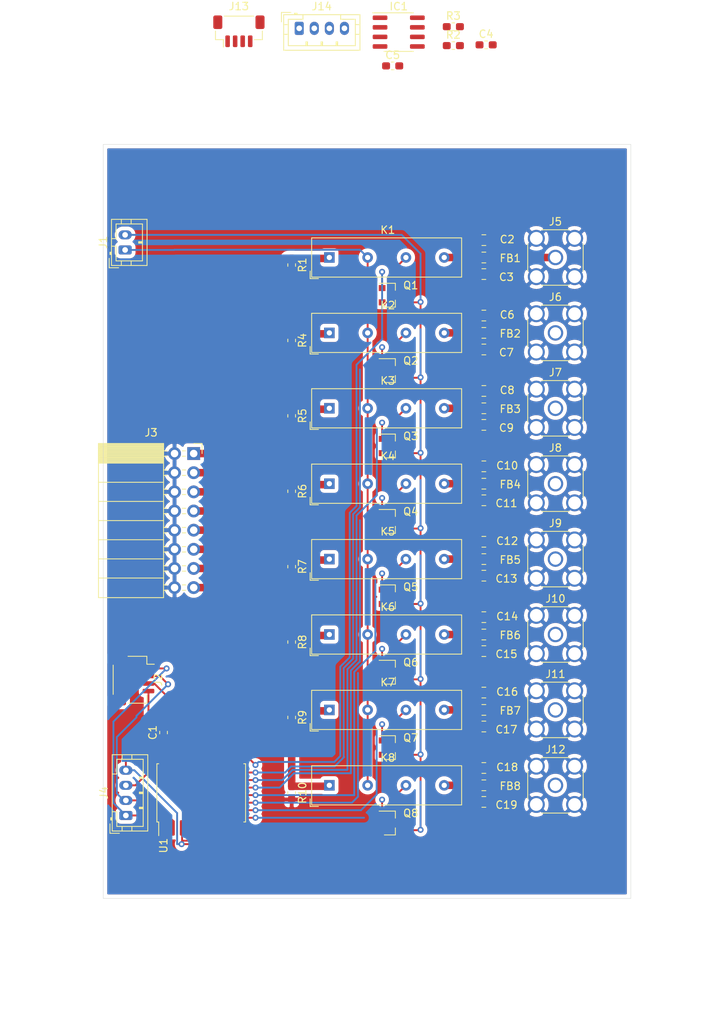
<source format=kicad_pcb>
(kicad_pcb (version 20171130) (host pcbnew "(5.1.5-0)")
  (layers (0 F.Cu signal) (31 B.Cu signal) (34 B.Paste user) (35 F.Paste user) (36 B.SilkS user) (37 F.SilkS user) (38 B.Mask user) (39 F.Mask user) (44 Edge.Cuts user))
  (net 0 "")
  (net 1 GNDD)
  (net 2 GND)
  (net 3 "Net-(C2-Pad1)")
  (net 4 /Sheet601B3DC5/out)
  (net 5 /Sheet601B43CA/Vin)
  (net 6 /Sheet601B43CA/Vpower)
  (net 7 "Net-(C6-Pad1)")
  (net 8 /sheet601BFE22/out)
  (net 9 "Net-(C8-Pad1)")
  (net 10 /sheet601C0132/out)
  (net 11 "Net-(C10-Pad1)")
  (net 12 /sheet601C0133/out)
  (net 13 "Net-(C12-Pad1)")
  (net 14 /sheet601C0778/out)
  (net 15 "Net-(C14-Pad1)")
  (net 16 /sheet601C0779/out)
  (net 17 "Net-(C16-Pad1)")
  (net 18 /sheet601C077A/out)
  (net 19 "Net-(C18-Pad1)")
  (net 20 /sheet601C077B/out)
  (net 21 /Sheet601B43CA/sda)
  (net 22 /Sheet601B43CA/scl)
  (net 23 "Net-(IC1-Pad3)")
  (net 24 "Net-(IC1-Pad2)")
  (net 25 +5V)
  (net 26 VCC)
  (net 27 /sda)
  (net 28 /scl)
  (net 29 /in7)
  (net 30 /in6)
  (net 31 /in5)
  (net 32 /in4)
  (net 33 /in3)
  (net 34 /in2)
  (net 35 /in1)
  (net 36 /in0)
  (net 37 "Net-(K1-Pad5)")
  (net 38 "Net-(K2-Pad5)")
  (net 39 "Net-(K3-Pad5)")
  (net 40 "Net-(K4-Pad5)")
  (net 41 "Net-(K5-Pad5)")
  (net 42 "Net-(K6-Pad5)")
  (net 43 "Net-(K7-Pad5)")
  (net 44 "Net-(K8-Pad5)")
  (net 45 /s0)
  (net 46 /s1)
  (net 47 /s2)
  (net 48 /s3)
  (net 49 /s4)
  (net 50 /s5)
  (net 51 /s6)
  (net 52 /s7)
  (net 53 "Net-(U1-Pad8)")
  (module Connector_JST:JST_SH_SM04B-SRSS-TB_1x04-1MP_P1.00mm_Horizontal (layer F.Cu) (at 134 106 270)
    (fp_text reference J2 (at 0 -3.3 90) (layer F.SilkS))
    (fp_text value Conn_01x04_i2c)
    (pad MP smd roundrect (at 2.8 1.875 270) (size 1.2 1.8) (layers F.Cu F.Paste F.Mask) (roundrect_rratio 0.208333))
    (pad MP smd roundrect (at -2.8 1.875 270) (size 1.2 1.8) (layers F.Cu F.Paste F.Mask) (roundrect_rratio 0.208333))
    (pad 4 smd roundrect (at 1.5 -2 270) (size 0.6 1.55) (layers F.Cu F.Paste F.Mask) (net 1 GNDD))
    (pad 3 smd roundrect (at 0.5 -2 270) (size 0.6 1.55) (layers F.Cu F.Paste F.Mask) (net 26 VCC))
    (pad 2 smd roundrect (at -0.5 -2 270) (size 0.6 1.55) (layers F.Cu F.Paste F.Mask) (net 27 /sda))
    (pad 1 smd roundrect (at -1.5 -2 270) (size 0.6 1.55) (layers F.Cu F.Paste F.Mask) (net 28 /scl))
  )
  (module Package_SO:SOIC-18W_7.5x11.6mm_P1.27mm (layer F.Cu) (at 143 121 90)
    (fp_text reference U1 (at -7 -5 90) (layer F.SilkS))
    (fp_text value MCP23008-E_SO)
    (pad 18 smd roundrect (at 4.65 -5.08 90) (size 2.05 0.6) (layers F.Cu F.Paste F.Mask) (net 26 VCC))
    (pad 17 smd roundrect (at 4.65 -3.81 90) (size 2.05 0.6) (layers F.Cu F.Paste F.Mask) (net 52 /s7))
    (pad 16 smd roundrect (at 4.65 -2.54 90) (size 2.05 0.6) (layers F.Cu F.Paste F.Mask) (net 51 /s6))
    (pad 15 smd roundrect (at 4.65 -1.27 90) (size 2.05 0.6) (layers F.Cu F.Paste F.Mask) (net 50 /s5))
    (pad 14 smd roundrect (at 4.65 0 90) (size 2.05 0.6) (layers F.Cu F.Paste F.Mask) (net 49 /s4))
    (pad 13 smd roundrect (at 4.65 1.27 90) (size 2.05 0.6) (layers F.Cu F.Paste F.Mask) (net 48 /s3))
    (pad 12 smd roundrect (at 4.65 2.54 90) (size 2.05 0.6) (layers F.Cu F.Paste F.Mask) (net 47 /s2))
    (pad 11 smd roundrect (at 4.65 3.81 90) (size 2.05 0.6) (layers F.Cu F.Paste F.Mask) (net 46 /s1))
    (pad 10 smd roundrect (at 4.65 5.08 90) (size 2.05 0.6) (layers F.Cu F.Paste F.Mask) (net 45 /s0))
    (pad 9 smd roundrect (at -4.65 5.08 90) (size 2.05 0.6) (layers F.Cu F.Paste F.Mask) (net 1 GNDD))
    (pad 8 smd roundrect (at -4.65 3.81 90) (size 2.05 0.6) (layers F.Cu F.Paste F.Mask) (net 53 "Net-(U1-Pad8)"))
    (pad 7 smd roundrect (at -4.65 2.54 90) (size 2.05 0.6) (layers F.Cu F.Paste F.Mask))
    (pad 6 smd roundrect (at -4.65 1.27 90) (size 2.05 0.6) (layers F.Cu F.Paste F.Mask) (net 1 GNDD))
    (pad 5 smd roundrect (at -4.65 0 90) (size 2.05 0.6) (layers F.Cu F.Paste F.Mask) (net 1 GNDD))
    (pad 4 smd roundrect (at -4.65 -1.27 90) (size 2.05 0.6) (layers F.Cu F.Paste F.Mask) (net 1 GNDD))
    (pad 3 smd roundrect (at -4.65 -2.54 90) (size 2.05 0.6) (layers F.Cu F.Paste F.Mask) (net 1 GNDD))
    (pad 2 smd roundrect (at -4.65 -3.81 90) (size 2.05 0.6) (layers F.Cu F.Paste F.Mask) (net 27 /sda))
    (pad 1 smd roundrect (at -4.65 -5.08 90) (size 2.05 0.6) (layers F.Cu F.Paste F.Mask) (net 28 /scl))
  )
  (module Resistor_SMD:R_0603_1608Metric_Pad1.05x0.95mm_HandSolder (layer F.Cu) (at 155 121 270)
    (fp_text reference R10 (at 0 -1.43 90) (layer F.SilkS))
    (fp_text value 10K)
    (pad 2 smd roundrect (at 0.875 0 270) (size 1.05 0.95) (layers F.Cu F.Paste F.Mask) (net 2 GND))
    (pad 1 smd roundrect (at -0.875 0 270) (size 1.05 0.95) (layers F.Cu F.Paste F.Mask) (net 29 /in7))
  )
  (module Resistor_SMD:R_0603_1608Metric_Pad1.05x0.95mm_HandSolder (layer F.Cu) (at 155 111 270)
    (fp_text reference R9 (at 0 -1.43 90) (layer F.SilkS))
    (fp_text value 10K)
    (pad 2 smd roundrect (at 0.875 0 270) (size 1.05 0.95) (layers F.Cu F.Paste F.Mask) (net 2 GND))
    (pad 1 smd roundrect (at -0.875 0 270) (size 1.05 0.95) (layers F.Cu F.Paste F.Mask) (net 30 /in6))
  )
  (module Resistor_SMD:R_0603_1608Metric_Pad1.05x0.95mm_HandSolder (layer F.Cu) (at 155 101 270)
    (fp_text reference R8 (at 0 -1.43 90) (layer F.SilkS))
    (fp_text value 10K)
    (pad 2 smd roundrect (at 0.875 0 270) (size 1.05 0.95) (layers F.Cu F.Paste F.Mask) (net 2 GND))
    (pad 1 smd roundrect (at -0.875 0 270) (size 1.05 0.95) (layers F.Cu F.Paste F.Mask) (net 31 /in5))
  )
  (module Resistor_SMD:R_0603_1608Metric_Pad1.05x0.95mm_HandSolder (layer F.Cu) (at 155 91 270)
    (fp_text reference R7 (at 0 -1.43 90) (layer F.SilkS))
    (fp_text value 10K)
    (pad 2 smd roundrect (at 0.875 0 270) (size 1.05 0.95) (layers F.Cu F.Paste F.Mask) (net 2 GND))
    (pad 1 smd roundrect (at -0.875 0 270) (size 1.05 0.95) (layers F.Cu F.Paste F.Mask) (net 32 /in4))
  )
  (module Resistor_SMD:R_0603_1608Metric_Pad1.05x0.95mm_HandSolder (layer F.Cu) (at 155 81 270)
    (fp_text reference R6 (at 0 -1.43 90) (layer F.SilkS))
    (fp_text value 10K)
    (pad 2 smd roundrect (at 0.875 0 270) (size 1.05 0.95) (layers F.Cu F.Paste F.Mask) (net 2 GND))
    (pad 1 smd roundrect (at -0.875 0 270) (size 1.05 0.95) (layers F.Cu F.Paste F.Mask) (net 33 /in3))
  )
  (module Resistor_SMD:R_0603_1608Metric_Pad1.05x0.95mm_HandSolder (layer F.Cu) (at 155 71 270)
    (fp_text reference R5 (at 0 -1.43 90) (layer F.SilkS))
    (fp_text value 10K)
    (pad 2 smd roundrect (at 0.875 0 270) (size 1.05 0.95) (layers F.Cu F.Paste F.Mask) (net 2 GND))
    (pad 1 smd roundrect (at -0.875 0 270) (size 1.05 0.95) (layers F.Cu F.Paste F.Mask) (net 34 /in2))
  )
  (module Resistor_SMD:R_0603_1608Metric_Pad1.05x0.95mm_HandSolder (layer F.Cu) (at 155 61 270)
    (fp_text reference R4 (at 0 -1.43 90) (layer F.SilkS))
    (fp_text value 10K)
    (pad 2 smd roundrect (at 0.875 0 270) (size 1.05 0.95) (layers F.Cu F.Paste F.Mask) (net 2 GND))
    (pad 1 smd roundrect (at -0.875 0 270) (size 1.05 0.95) (layers F.Cu F.Paste F.Mask) (net 35 /in1))
  )
  (module Resistor_SMD:R_0603_1608Metric_Pad1.05x0.95mm_HandSolder (layer F.Cu) (at 176.45 19.39)
    (fp_text reference R3 (at 0 -1.43) (layer F.SilkS))
    (fp_text value 10K)
    (pad 2 smd roundrect (at 0.875 0) (size 1.05 0.95) (layers F.Cu F.Paste F.Mask) (net 22 /Sheet601B43CA/scl))
    (pad 1 smd roundrect (at -0.875 0) (size 1.05 0.95) (layers F.Cu F.Paste F.Mask) (net 6 /Sheet601B43CA/Vpower))
  )
  (module Resistor_SMD:R_0603_1608Metric_Pad1.05x0.95mm_HandSolder (layer F.Cu) (at 176.45 21.9)
    (fp_text reference R2 (at 0 -1.43) (layer F.SilkS))
    (fp_text value 10K)
    (pad 2 smd roundrect (at 0.875 0) (size 1.05 0.95) (layers F.Cu F.Paste F.Mask) (net 21 /Sheet601B43CA/sda))
    (pad 1 smd roundrect (at -0.875 0) (size 1.05 0.95) (layers F.Cu F.Paste F.Mask) (net 6 /Sheet601B43CA/Vpower))
  )
  (module Resistor_SMD:R_0603_1608Metric_Pad1.05x0.95mm_HandSolder (layer F.Cu) (at 155 51 270)
    (fp_text reference R1 (at 0 -1.43 90) (layer F.SilkS))
    (fp_text value 10K)
    (pad 2 smd roundrect (at 0.875 0 270) (size 1.05 0.95) (layers F.Cu F.Paste F.Mask) (net 2 GND))
    (pad 1 smd roundrect (at -0.875 0 270) (size 1.05 0.95) (layers F.Cu F.Paste F.Mask) (net 36 /in0))
  )
  (module Package_TO_SOT_SMD:SOT-23 (layer F.Cu) (at 168 125)
    (fp_text reference Q8 (at 2.8 -1.3) (layer F.SilkS))
    (fp_text value NUD3105LT1G)
    (pad 3 smd rect (at 1 0) (size 0.9 0.8) (layers F.Cu F.Paste F.Mask) (net 44 "Net-(K8-Pad5)"))
    (pad 2 smd rect (at -1 0.95) (size 0.9 0.8) (layers F.Cu F.Paste F.Mask) (net 1 GNDD))
    (pad 1 smd rect (at -1 -0.95) (size 0.9 0.8) (layers F.Cu F.Paste F.Mask) (net 52 /s7))
  )
  (module Package_TO_SOT_SMD:SOT-23 (layer F.Cu) (at 168 115)
    (fp_text reference Q7 (at 2.8 -1.3) (layer F.SilkS))
    (fp_text value NUD3105LT1G)
    (pad 3 smd rect (at 1 0) (size 0.9 0.8) (layers F.Cu F.Paste F.Mask) (net 43 "Net-(K7-Pad5)"))
    (pad 2 smd rect (at -1 0.95) (size 0.9 0.8) (layers F.Cu F.Paste F.Mask) (net 1 GNDD))
    (pad 1 smd rect (at -1 -0.95) (size 0.9 0.8) (layers F.Cu F.Paste F.Mask) (net 51 /s6))
  )
  (module Package_TO_SOT_SMD:SOT-23 (layer F.Cu) (at 168 105)
    (fp_text reference Q6 (at 2.8 -1.3) (layer F.SilkS))
    (fp_text value NUD3105LT1G)
    (pad 3 smd rect (at 1 0) (size 0.9 0.8) (layers F.Cu F.Paste F.Mask) (net 42 "Net-(K6-Pad5)"))
    (pad 2 smd rect (at -1 0.95) (size 0.9 0.8) (layers F.Cu F.Paste F.Mask) (net 1 GNDD))
    (pad 1 smd rect (at -1 -0.95) (size 0.9 0.8) (layers F.Cu F.Paste F.Mask) (net 50 /s5))
  )
  (module Package_TO_SOT_SMD:SOT-23 (layer F.Cu) (at 168 95)
    (fp_text reference Q5 (at 2.8 -1.3) (layer F.SilkS))
    (fp_text value NUD3105LT1G)
    (pad 3 smd rect (at 1 0) (size 0.9 0.8) (layers F.Cu F.Paste F.Mask) (net 41 "Net-(K5-Pad5)"))
    (pad 2 smd rect (at -1 0.95) (size 0.9 0.8) (layers F.Cu F.Paste F.Mask) (net 1 GNDD))
    (pad 1 smd rect (at -1 -0.95) (size 0.9 0.8) (layers F.Cu F.Paste F.Mask) (net 49 /s4))
  )
  (module Package_TO_SOT_SMD:SOT-23 (layer F.Cu) (at 168 85)
    (fp_text reference Q4 (at 2.8 -1.3) (layer F.SilkS))
    (fp_text value NUD3105LT1G)
    (pad 3 smd rect (at 1 0) (size 0.9 0.8) (layers F.Cu F.Paste F.Mask) (net 40 "Net-(K4-Pad5)"))
    (pad 2 smd rect (at -1 0.95) (size 0.9 0.8) (layers F.Cu F.Paste F.Mask) (net 1 GNDD))
    (pad 1 smd rect (at -1 -0.95) (size 0.9 0.8) (layers F.Cu F.Paste F.Mask) (net 48 /s3))
  )
  (module Package_TO_SOT_SMD:SOT-23 (layer F.Cu) (at 168 75)
    (fp_text reference Q3 (at 2.8 -1.3) (layer F.SilkS))
    (fp_text value NUD3105LT1G)
    (pad 3 smd rect (at 1 0) (size 0.9 0.8) (layers F.Cu F.Paste F.Mask) (net 39 "Net-(K3-Pad5)"))
    (pad 2 smd rect (at -1 0.95) (size 0.9 0.8) (layers F.Cu F.Paste F.Mask) (net 1 GNDD))
    (pad 1 smd rect (at -1 -0.95) (size 0.9 0.8) (layers F.Cu F.Paste F.Mask) (net 47 /s2))
  )
  (module Package_TO_SOT_SMD:SOT-23 (layer F.Cu) (at 168 65)
    (fp_text reference Q2 (at 2.8 -1.3) (layer F.SilkS))
    (fp_text value NUD3105LT1G)
    (pad 3 smd rect (at 1 0) (size 0.9 0.8) (layers F.Cu F.Paste F.Mask) (net 38 "Net-(K2-Pad5)"))
    (pad 2 smd rect (at -1 0.95) (size 0.9 0.8) (layers F.Cu F.Paste F.Mask) (net 1 GNDD))
    (pad 1 smd rect (at -1 -0.95) (size 0.9 0.8) (layers F.Cu F.Paste F.Mask) (net 46 /s1))
  )
  (module Package_TO_SOT_SMD:SOT-23 (layer F.Cu) (at 168 55)
    (fp_text reference Q1 (at 2.8 -1.3) (layer F.SilkS))
    (fp_text value NUD3105LT1G)
    (pad 3 smd rect (at 1 0) (size 0.9 0.8) (layers F.Cu F.Paste F.Mask) (net 37 "Net-(K1-Pad5)"))
    (pad 2 smd rect (at -1 0.95) (size 0.9 0.8) (layers F.Cu F.Paste F.Mask) (net 1 GNDD))
    (pad 1 smd rect (at -1 -0.95) (size 0.9 0.8) (layers F.Cu F.Paste F.Mask) (net 45 /s0))
  )
  (module Relay_THT:Relay_SPST_StandexMeder_SIL_Form1A (layer F.Cu) (at 160 120)
    (fp_text reference K8 (at 7.75 -3.65) (layer F.SilkS))
    (fp_text value SILxx-1Axx-71x)
    (pad 1 thru_hole rect (at 0 0) (size 1.4 1.4) (drill 0.7) (layers *.Cu *.Mask) (net 29 /in7))
    (pad 3 thru_hole circle (at 5.08 0) (size 1.4 1.4) (drill 0.7) (layers *.Cu *.Mask) (net 25 +5V))
    (pad 5 thru_hole circle (at 10.16 0) (size 1.4 1.4) (drill 0.7) (layers *.Cu *.Mask) (net 44 "Net-(K8-Pad5)"))
    (pad 7 thru_hole circle (at 15.24 0) (size 1.4 1.4) (drill 0.7) (layers *.Cu *.Mask) (net 19 "Net-(C18-Pad1)"))
  )
  (module Relay_THT:Relay_SPST_StandexMeder_SIL_Form1A (layer F.Cu) (at 160 110)
    (fp_text reference K7 (at 7.75 -3.65) (layer F.SilkS))
    (fp_text value SILxx-1Axx-71x)
    (pad 1 thru_hole rect (at 0 0) (size 1.4 1.4) (drill 0.7) (layers *.Cu *.Mask) (net 30 /in6))
    (pad 3 thru_hole circle (at 5.08 0) (size 1.4 1.4) (drill 0.7) (layers *.Cu *.Mask) (net 25 +5V))
    (pad 5 thru_hole circle (at 10.16 0) (size 1.4 1.4) (drill 0.7) (layers *.Cu *.Mask) (net 43 "Net-(K7-Pad5)"))
    (pad 7 thru_hole circle (at 15.24 0) (size 1.4 1.4) (drill 0.7) (layers *.Cu *.Mask) (net 17 "Net-(C16-Pad1)"))
  )
  (module Relay_THT:Relay_SPST_StandexMeder_SIL_Form1A (layer F.Cu) (at 160 100)
    (fp_text reference K6 (at 7.75 -3.65) (layer F.SilkS))
    (fp_text value SILxx-1Axx-71x)
    (pad 1 thru_hole rect (at 0 0) (size 1.4 1.4) (drill 0.7) (layers *.Cu *.Mask) (net 31 /in5))
    (pad 3 thru_hole circle (at 5.08 0) (size 1.4 1.4) (drill 0.7) (layers *.Cu *.Mask) (net 25 +5V))
    (pad 5 thru_hole circle (at 10.16 0) (size 1.4 1.4) (drill 0.7) (layers *.Cu *.Mask) (net 42 "Net-(K6-Pad5)"))
    (pad 7 thru_hole circle (at 15.24 0) (size 1.4 1.4) (drill 0.7) (layers *.Cu *.Mask) (net 15 "Net-(C14-Pad1)"))
  )
  (module Relay_THT:Relay_SPST_StandexMeder_SIL_Form1A (layer F.Cu) (at 160 90)
    (fp_text reference K5 (at 7.75 -3.65) (layer F.SilkS))
    (fp_text value SILxx-1Axx-71x)
    (pad 1 thru_hole rect (at 0 0) (size 1.4 1.4) (drill 0.7) (layers *.Cu *.Mask) (net 32 /in4))
    (pad 3 thru_hole circle (at 5.08 0) (size 1.4 1.4) (drill 0.7) (layers *.Cu *.Mask) (net 25 +5V))
    (pad 5 thru_hole circle (at 10.16 0) (size 1.4 1.4) (drill 0.7) (layers *.Cu *.Mask) (net 41 "Net-(K5-Pad5)"))
    (pad 7 thru_hole circle (at 15.24 0) (size 1.4 1.4) (drill 0.7) (layers *.Cu *.Mask) (net 13 "Net-(C12-Pad1)"))
  )
  (module Relay_THT:Relay_SPST_StandexMeder_SIL_Form1A (layer F.Cu) (at 160 80)
    (fp_text reference K4 (at 7.75 -3.65) (layer F.SilkS))
    (fp_text value SILxx-1Axx-71x)
    (pad 1 thru_hole rect (at 0 0) (size 1.4 1.4) (drill 0.7) (layers *.Cu *.Mask) (net 33 /in3))
    (pad 3 thru_hole circle (at 5.08 0) (size 1.4 1.4) (drill 0.7) (layers *.Cu *.Mask) (net 25 +5V))
    (pad 5 thru_hole circle (at 10.16 0) (size 1.4 1.4) (drill 0.7) (layers *.Cu *.Mask) (net 40 "Net-(K4-Pad5)"))
    (pad 7 thru_hole circle (at 15.24 0) (size 1.4 1.4) (drill 0.7) (layers *.Cu *.Mask) (net 11 "Net-(C10-Pad1)"))
  )
  (module Relay_THT:Relay_SPST_StandexMeder_SIL_Form1A (layer F.Cu) (at 160 70)
    (fp_text reference K3 (at 7.75 -3.65) (layer F.SilkS))
    (fp_text value SILxx-1Axx-71x)
    (pad 1 thru_hole rect (at 0 0) (size 1.4 1.4) (drill 0.7) (layers *.Cu *.Mask) (net 34 /in2))
    (pad 3 thru_hole circle (at 5.08 0) (size 1.4 1.4) (drill 0.7) (layers *.Cu *.Mask) (net 25 +5V))
    (pad 5 thru_hole circle (at 10.16 0) (size 1.4 1.4) (drill 0.7) (layers *.Cu *.Mask) (net 39 "Net-(K3-Pad5)"))
    (pad 7 thru_hole circle (at 15.24 0) (size 1.4 1.4) (drill 0.7) (layers *.Cu *.Mask) (net 9 "Net-(C8-Pad1)"))
  )
  (module Relay_THT:Relay_SPST_StandexMeder_SIL_Form1A (layer F.Cu) (at 160 60)
    (fp_text reference K2 (at 7.75 -3.65) (layer F.SilkS))
    (fp_text value SILxx-1Axx-71x)
    (pad 1 thru_hole rect (at 0 0) (size 1.4 1.4) (drill 0.7) (layers *.Cu *.Mask) (net 35 /in1))
    (pad 3 thru_hole circle (at 5.08 0) (size 1.4 1.4) (drill 0.7) (layers *.Cu *.Mask) (net 25 +5V))
    (pad 5 thru_hole circle (at 10.16 0) (size 1.4 1.4) (drill 0.7) (layers *.Cu *.Mask) (net 38 "Net-(K2-Pad5)"))
    (pad 7 thru_hole circle (at 15.24 0) (size 1.4 1.4) (drill 0.7) (layers *.Cu *.Mask) (net 7 "Net-(C6-Pad1)"))
  )
  (module Relay_THT:Relay_SPST_StandexMeder_SIL_Form1A (layer F.Cu) (at 160 50)
    (fp_text reference K1 (at 7.75 -3.65) (layer F.SilkS))
    (fp_text value SILxx-1Axx-71x)
    (pad 1 thru_hole rect (at 0 0) (size 1.4 1.4) (drill 0.7) (layers *.Cu *.Mask) (net 36 /in0))
    (pad 3 thru_hole circle (at 5.08 0) (size 1.4 1.4) (drill 0.7) (layers *.Cu *.Mask) (net 25 +5V))
    (pad 5 thru_hole circle (at 10.16 0) (size 1.4 1.4) (drill 0.7) (layers *.Cu *.Mask) (net 37 "Net-(K1-Pad5)"))
    (pad 7 thru_hole circle (at 15.24 0) (size 1.4 1.4) (drill 0.7) (layers *.Cu *.Mask) (net 3 "Net-(C2-Pad1)"))
  )
  (module Connector_JST:JST_PH_B4B-PH-K_1x04_P2.00mm_Vertical (layer F.Cu) (at 156 19.61)
    (fp_text reference J14 (at 3 -2.9) (layer F.SilkS))
    (fp_text value B4B-PH-K)
    (pad 4 thru_hole oval (at 6 0) (size 1.2 1.75) (drill 0.75) (layers *.Cu *.Mask) (net 1 GNDD))
    (pad 3 thru_hole oval (at 4 0) (size 1.2 1.75) (drill 0.75) (layers *.Cu *.Mask) (net 5 /Sheet601B43CA/Vin))
    (pad 2 thru_hole oval (at 2 0) (size 1.2 1.75) (drill 0.75) (layers *.Cu *.Mask) (net 24 "Net-(IC1-Pad2)"))
    (pad 1 thru_hole roundrect (at 0 0) (size 1.2 1.75) (drill 0.75) (layers *.Cu *.Mask) (roundrect_rratio 0.208333) (net 23 "Net-(IC1-Pad3)"))
  )
  (module Connector_JST:JST_SH_BM04B-SRSS-TB_1x04-1MP_P1.00mm_Vertical (layer F.Cu) (at 148 20)
    (fp_text reference J13 (at 0 -3.3) (layer F.SilkS))
    (fp_text value Conn_01x04_i2c)
    (pad MP smd roundrect (at 2.8 -1.2) (size 1.2 1.8) (layers F.Cu F.Paste F.Mask) (roundrect_rratio 0.208333))
    (pad MP smd roundrect (at -2.8 -1.2) (size 1.2 1.8) (layers F.Cu F.Paste F.Mask) (roundrect_rratio 0.208333))
    (pad 4 smd roundrect (at 1.5 1.325) (size 0.6 1.55) (layers F.Cu F.Paste F.Mask) (net 1 GNDD))
    (pad 3 smd roundrect (at 0.5 1.325) (size 0.6 1.55) (layers F.Cu F.Paste F.Mask) (net 5 /Sheet601B43CA/Vin))
    (pad 2 smd roundrect (at -0.5 1.325) (size 0.6 1.55) (layers F.Cu F.Paste F.Mask) (net 24 "Net-(IC1-Pad2)"))
    (pad 1 smd roundrect (at -1.5 1.325) (size 0.6 1.55) (layers F.Cu F.Paste F.Mask) (net 23 "Net-(IC1-Pad3)"))
  )
  (module Connector_Coaxial:SMA_Amphenol_132134_Vertical (layer F.Cu) (at 190 120)
    (fp_text reference J12 (at 0 -4.75) (layer F.SilkS))
    (fp_text value Conn_Coaxial)
    (pad 2 thru_hole circle (at -2.54 2.54) (size 2.25 2.25) (drill 1.7) (layers *.Cu *.Mask) (net 2 GND))
    (pad 2 thru_hole circle (at -2.54 -2.54) (size 2.25 2.25) (drill 1.7) (layers *.Cu *.Mask) (net 2 GND))
    (pad 2 thru_hole circle (at 2.54 -2.54) (size 2.25 2.25) (drill 1.7) (layers *.Cu *.Mask) (net 2 GND))
    (pad 2 thru_hole circle (at 2.54 2.54) (size 2.25 2.25) (drill 1.7) (layers *.Cu *.Mask) (net 2 GND))
    (pad 1 thru_hole circle (at 0 0) (size 2.05 2.05) (drill 1.5) (layers *.Cu *.Mask) (net 20 /sheet601C077B/out))
  )
  (module Connector_Coaxial:SMA_Amphenol_132134_Vertical (layer F.Cu) (at 190 110)
    (fp_text reference J11 (at 0 -4.75) (layer F.SilkS))
    (fp_text value Conn_Coaxial)
    (pad 2 thru_hole circle (at -2.54 2.54) (size 2.25 2.25) (drill 1.7) (layers *.Cu *.Mask) (net 2 GND))
    (pad 2 thru_hole circle (at -2.54 -2.54) (size 2.25 2.25) (drill 1.7) (layers *.Cu *.Mask) (net 2 GND))
    (pad 2 thru_hole circle (at 2.54 -2.54) (size 2.25 2.25) (drill 1.7) (layers *.Cu *.Mask) (net 2 GND))
    (pad 2 thru_hole circle (at 2.54 2.54) (size 2.25 2.25) (drill 1.7) (layers *.Cu *.Mask) (net 2 GND))
    (pad 1 thru_hole circle (at 0 0) (size 2.05 2.05) (drill 1.5) (layers *.Cu *.Mask) (net 18 /sheet601C077A/out))
  )
  (module Connector_Coaxial:SMA_Amphenol_132134_Vertical (layer F.Cu) (at 190 100)
    (fp_text reference J10 (at 0 -4.75) (layer F.SilkS))
    (fp_text value Conn_Coaxial)
    (pad 2 thru_hole circle (at -2.54 2.54) (size 2.25 2.25) (drill 1.7) (layers *.Cu *.Mask) (net 2 GND))
    (pad 2 thru_hole circle (at -2.54 -2.54) (size 2.25 2.25) (drill 1.7) (layers *.Cu *.Mask) (net 2 GND))
    (pad 2 thru_hole circle (at 2.54 -2.54) (size 2.25 2.25) (drill 1.7) (layers *.Cu *.Mask) (net 2 GND))
    (pad 2 thru_hole circle (at 2.54 2.54) (size 2.25 2.25) (drill 1.7) (layers *.Cu *.Mask) (net 2 GND))
    (pad 1 thru_hole circle (at 0 0) (size 2.05 2.05) (drill 1.5) (layers *.Cu *.Mask) (net 16 /sheet601C0779/out))
  )
  (module Connector_Coaxial:SMA_Amphenol_132134_Vertical (layer F.Cu) (at 190 90)
    (fp_text reference J9 (at 0 -4.75) (layer F.SilkS))
    (fp_text value Conn_Coaxial)
    (pad 2 thru_hole circle (at -2.54 2.54) (size 2.25 2.25) (drill 1.7) (layers *.Cu *.Mask) (net 2 GND))
    (pad 2 thru_hole circle (at -2.54 -2.54) (size 2.25 2.25) (drill 1.7) (layers *.Cu *.Mask) (net 2 GND))
    (pad 2 thru_hole circle (at 2.54 -2.54) (size 2.25 2.25) (drill 1.7) (layers *.Cu *.Mask) (net 2 GND))
    (pad 2 thru_hole circle (at 2.54 2.54) (size 2.25 2.25) (drill 1.7) (layers *.Cu *.Mask) (net 2 GND))
    (pad 1 thru_hole circle (at 0 0) (size 2.05 2.05) (drill 1.5) (layers *.Cu *.Mask) (net 14 /sheet601C0778/out))
  )
  (module Connector_Coaxial:SMA_Amphenol_132134_Vertical (layer F.Cu) (at 190 80)
    (fp_text reference J8 (at 0 -4.75) (layer F.SilkS))
    (fp_text value Conn_Coaxial)
    (pad 2 thru_hole circle (at -2.54 2.54) (size 2.25 2.25) (drill 1.7) (layers *.Cu *.Mask) (net 2 GND))
    (pad 2 thru_hole circle (at -2.54 -2.54) (size 2.25 2.25) (drill 1.7) (layers *.Cu *.Mask) (net 2 GND))
    (pad 2 thru_hole circle (at 2.54 -2.54) (size 2.25 2.25) (drill 1.7) (layers *.Cu *.Mask) (net 2 GND))
    (pad 2 thru_hole circle (at 2.54 2.54) (size 2.25 2.25) (drill 1.7) (layers *.Cu *.Mask) (net 2 GND))
    (pad 1 thru_hole circle (at 0 0) (size 2.05 2.05) (drill 1.5) (layers *.Cu *.Mask) (net 12 /sheet601C0133/out))
  )
  (module Connector_Coaxial:SMA_Amphenol_132134_Vertical (layer F.Cu) (at 190 70)
    (fp_text reference J7 (at 0 -4.75) (layer F.SilkS))
    (fp_text value Conn_Coaxial)
    (pad 2 thru_hole circle (at -2.54 2.54) (size 2.25 2.25) (drill 1.7) (layers *.Cu *.Mask) (net 2 GND))
    (pad 2 thru_hole circle (at -2.54 -2.54) (size 2.25 2.25) (drill 1.7) (layers *.Cu *.Mask) (net 2 GND))
    (pad 2 thru_hole circle (at 2.54 -2.54) (size 2.25 2.25) (drill 1.7) (layers *.Cu *.Mask) (net 2 GND))
    (pad 2 thru_hole circle (at 2.54 2.54) (size 2.25 2.25) (drill 1.7) (layers *.Cu *.Mask) (net 2 GND))
    (pad 1 thru_hole circle (at 0 0) (size 2.05 2.05) (drill 1.5) (layers *.Cu *.Mask) (net 10 /sheet601C0132/out))
  )
  (module Connector_Coaxial:SMA_Amphenol_132134_Vertical (layer F.Cu) (at 190 60)
    (fp_text reference J6 (at 0 -4.75) (layer F.SilkS))
    (fp_text value Conn_Coaxial)
    (pad 2 thru_hole circle (at -2.54 2.54) (size 2.25 2.25) (drill 1.7) (layers *.Cu *.Mask) (net 2 GND))
    (pad 2 thru_hole circle (at -2.54 -2.54) (size 2.25 2.25) (drill 1.7) (layers *.Cu *.Mask) (net 2 GND))
    (pad 2 thru_hole circle (at 2.54 -2.54) (size 2.25 2.25) (drill 1.7) (layers *.Cu *.Mask) (net 2 GND))
    (pad 2 thru_hole circle (at 2.54 2.54) (size 2.25 2.25) (drill 1.7) (layers *.Cu *.Mask) (net 2 GND))
    (pad 1 thru_hole circle (at 0 0) (size 2.05 2.05) (drill 1.5) (layers *.Cu *.Mask) (net 8 /sheet601BFE22/out))
  )
  (module Connector_Coaxial:SMA_Amphenol_132134_Vertical (layer F.Cu) (at 190 50)
    (fp_text reference J5 (at 0 -4.75) (layer F.SilkS))
    (fp_text value Conn_Coaxial)
    (pad 2 thru_hole circle (at -2.54 2.54) (size 2.25 2.25) (drill 1.7) (layers *.Cu *.Mask) (net 2 GND))
    (pad 2 thru_hole circle (at -2.54 -2.54) (size 2.25 2.25) (drill 1.7) (layers *.Cu *.Mask) (net 2 GND))
    (pad 2 thru_hole circle (at 2.54 -2.54) (size 2.25 2.25) (drill 1.7) (layers *.Cu *.Mask) (net 2 GND))
    (pad 2 thru_hole circle (at 2.54 2.54) (size 2.25 2.25) (drill 1.7) (layers *.Cu *.Mask) (net 2 GND))
    (pad 1 thru_hole circle (at 0 0) (size 2.05 2.05) (drill 1.5) (layers *.Cu *.Mask) (net 4 /Sheet601B3DC5/out))
  )
  (module Connector_JST:JST_PH_B4B-PH-K_1x04_P2.00mm_Vertical (layer F.Cu) (at 133 124 90)
    (fp_text reference J4 (at 3 -2.9 90) (layer F.SilkS))
    (fp_text value Conn_01x04_i2c)
    (pad 4 thru_hole oval (at 6 0 90) (size 1.2 1.75) (drill 0.75) (layers *.Cu *.Mask) (net 1 GNDD))
    (pad 3 thru_hole oval (at 4 0 90) (size 1.2 1.75) (drill 0.75) (layers *.Cu *.Mask) (net 26 VCC))
    (pad 2 thru_hole oval (at 2 0 90) (size 1.2 1.75) (drill 0.75) (layers *.Cu *.Mask) (net 27 /sda))
    (pad 1 thru_hole roundrect (at 0 0 90) (size 1.2 1.75) (drill 0.75) (layers *.Cu *.Mask) (roundrect_rratio 0.208333) (net 28 /scl))
  )
  (module Connector_PinSocket_2.54mm:PinSocket_2x08_P2.54mm_Horizontal (layer F.Cu) (at 142 76)
    (fp_text reference J3 (at -5.65 -2.77) (layer F.SilkS))
    (fp_text value Conn_02x08_Odd_Even)
    (pad 16 thru_hole oval (at -2.54 17.78) (size 1.7 1.7) (drill 1) (layers *.Cu *.Mask) (net 2 GND))
    (pad 15 thru_hole oval (at 0 17.78) (size 1.7 1.7) (drill 1) (layers *.Cu *.Mask) (net 29 /in7))
    (pad 14 thru_hole oval (at -2.54 15.24) (size 1.7 1.7) (drill 1) (layers *.Cu *.Mask) (net 2 GND))
    (pad 13 thru_hole oval (at 0 15.24) (size 1.7 1.7) (drill 1) (layers *.Cu *.Mask) (net 30 /in6))
    (pad 12 thru_hole oval (at -2.54 12.7) (size 1.7 1.7) (drill 1) (layers *.Cu *.Mask) (net 2 GND))
    (pad 11 thru_hole oval (at 0 12.7) (size 1.7 1.7) (drill 1) (layers *.Cu *.Mask) (net 31 /in5))
    (pad 10 thru_hole oval (at -2.54 10.16) (size 1.7 1.7) (drill 1) (layers *.Cu *.Mask) (net 2 GND))
    (pad 9 thru_hole oval (at 0 10.16) (size 1.7 1.7) (drill 1) (layers *.Cu *.Mask) (net 32 /in4))
    (pad 8 thru_hole oval (at -2.54 7.62) (size 1.7 1.7) (drill 1) (layers *.Cu *.Mask) (net 2 GND))
    (pad 7 thru_hole oval (at 0 7.62) (size 1.7 1.7) (drill 1) (layers *.Cu *.Mask) (net 33 /in3))
    (pad 6 thru_hole oval (at -2.54 5.08) (size 1.7 1.7) (drill 1) (layers *.Cu *.Mask) (net 2 GND))
    (pad 5 thru_hole oval (at 0 5.08) (size 1.7 1.7) (drill 1) (layers *.Cu *.Mask) (net 34 /in2))
    (pad 4 thru_hole oval (at -2.54 2.54) (size 1.7 1.7) (drill 1) (layers *.Cu *.Mask) (net 2 GND))
    (pad 3 thru_hole oval (at 0 2.54) (size 1.7 1.7) (drill 1) (layers *.Cu *.Mask) (net 35 /in1))
    (pad 2 thru_hole oval (at -2.54 0) (size 1.7 1.7) (drill 1) (layers *.Cu *.Mask) (net 2 GND))
    (pad 1 thru_hole rect (at 0 0) (size 1.7 1.7) (drill 1) (layers *.Cu *.Mask) (net 36 /in0))
  )
  (module Connector_JST:JST_PH_B2B-PH-K_1x02_P2.00mm_Vertical (layer F.Cu) (at 132.9 49 90)
    (fp_text reference J1 (at 1 -2.9 90) (layer F.SilkS))
    (fp_text value Conn_01x02)
    (pad 2 thru_hole oval (at 2 0 90) (size 1.2 1.75) (drill 0.75) (layers *.Cu *.Mask) (net 1 GNDD))
    (pad 1 thru_hole roundrect (at 0 0 90) (size 1.2 1.75) (drill 0.75) (layers *.Cu *.Mask) (roundrect_rratio 0.208333) (net 25 +5V))
  )
  (module Package_SO:SOIC-8_3.9x4.9mm_P1.27mm (layer F.Cu) (at 169.2 20.11)
    (fp_text reference IC1 (at 0 -3.4) (layer F.SilkS))
    (fp_text value ISO1541DR)
    (pad 8 smd roundrect (at 2.475 -1.905) (size 1.95 0.6) (layers F.Cu F.Paste F.Mask) (net 6 /Sheet601B43CA/Vpower))
    (pad 7 smd roundrect (at 2.475 -0.635) (size 1.95 0.6) (layers F.Cu F.Paste F.Mask) (net 21 /Sheet601B43CA/sda))
    (pad 6 smd roundrect (at 2.475 0.635) (size 1.95 0.6) (layers F.Cu F.Paste F.Mask) (net 22 /Sheet601B43CA/scl))
    (pad 5 smd roundrect (at 2.475 1.905) (size 1.95 0.6) (layers F.Cu F.Paste F.Mask) (net 2 GND))
    (pad 4 smd roundrect (at -2.475 1.905) (size 1.95 0.6) (layers F.Cu F.Paste F.Mask) (net 1 GNDD))
    (pad 3 smd roundrect (at -2.475 0.635) (size 1.95 0.6) (layers F.Cu F.Paste F.Mask) (net 23 "Net-(IC1-Pad3)"))
    (pad 2 smd roundrect (at -2.475 -0.635) (size 1.95 0.6) (layers F.Cu F.Paste F.Mask) (net 24 "Net-(IC1-Pad2)"))
    (pad 1 smd roundrect (at -2.475 -1.905) (size 1.95 0.6) (layers F.Cu F.Paste F.Mask) (net 5 /Sheet601B43CA/Vin))
  )
  (module Inductor_SMD:L_0805_2012Metric_Pad1.15x1.40mm_HandSolder (layer F.Cu) (at 180.5 120 180)
    (fp_text reference FB8 (at -3.5 -0.1) (layer F.SilkS))
    (fp_text value 4.7uH)
    (pad 2 smd roundrect (at 1.025 0 180) (size 1.15 1.4) (layers F.Cu F.Paste F.Mask) (roundrect_rratio 0.217391) (net 19 "Net-(C18-Pad1)"))
    (pad 1 smd roundrect (at -1.025 0 180) (size 1.15 1.4) (layers F.Cu F.Paste F.Mask) (roundrect_rratio 0.217391) (net 20 /sheet601C077B/out))
  )
  (module Inductor_SMD:L_0805_2012Metric_Pad1.15x1.40mm_HandSolder (layer F.Cu) (at 180.5 110 180)
    (fp_text reference FB7 (at -3.5 -0.1) (layer F.SilkS))
    (fp_text value 4.7uH)
    (pad 2 smd roundrect (at 1.025 0 180) (size 1.15 1.4) (layers F.Cu F.Paste F.Mask) (roundrect_rratio 0.217391) (net 17 "Net-(C16-Pad1)"))
    (pad 1 smd roundrect (at -1.025 0 180) (size 1.15 1.4) (layers F.Cu F.Paste F.Mask) (roundrect_rratio 0.217391) (net 18 /sheet601C077A/out))
  )
  (module Inductor_SMD:L_0805_2012Metric_Pad1.15x1.40mm_HandSolder (layer F.Cu) (at 180.5 100 180)
    (fp_text reference FB6 (at -3.5 -0.1) (layer F.SilkS))
    (fp_text value 4.7uH)
    (pad 2 smd roundrect (at 1.025 0 180) (size 1.15 1.4) (layers F.Cu F.Paste F.Mask) (roundrect_rratio 0.217391) (net 15 "Net-(C14-Pad1)"))
    (pad 1 smd roundrect (at -1.025 0 180) (size 1.15 1.4) (layers F.Cu F.Paste F.Mask) (roundrect_rratio 0.217391) (net 16 /sheet601C0779/out))
  )
  (module Inductor_SMD:L_0805_2012Metric_Pad1.15x1.40mm_HandSolder (layer F.Cu) (at 180.5 90 180)
    (fp_text reference FB5 (at -3.5 -0.1) (layer F.SilkS))
    (fp_text value 4.7uH)
    (pad 2 smd roundrect (at 1.025 0 180) (size 1.15 1.4) (layers F.Cu F.Paste F.Mask) (roundrect_rratio 0.217391) (net 13 "Net-(C12-Pad1)"))
    (pad 1 smd roundrect (at -1.025 0 180) (size 1.15 1.4) (layers F.Cu F.Paste F.Mask) (roundrect_rratio 0.217391) (net 14 /sheet601C0778/out))
  )
  (module Inductor_SMD:L_0805_2012Metric_Pad1.15x1.40mm_HandSolder (layer F.Cu) (at 180.5 80 180)
    (fp_text reference FB4 (at -3.5 -0.1) (layer F.SilkS))
    (fp_text value 4.7uH)
    (pad 2 smd roundrect (at 1.025 0 180) (size 1.15 1.4) (layers F.Cu F.Paste F.Mask) (roundrect_rratio 0.217391) (net 11 "Net-(C10-Pad1)"))
    (pad 1 smd roundrect (at -1.025 0 180) (size 1.15 1.4) (layers F.Cu F.Paste F.Mask) (roundrect_rratio 0.217391) (net 12 /sheet601C0133/out))
  )
  (module Inductor_SMD:L_0805_2012Metric_Pad1.15x1.40mm_HandSolder (layer F.Cu) (at 180.5 70 180)
    (fp_text reference FB3 (at -3.5 -0.1) (layer F.SilkS))
    (fp_text value 4.7uH)
    (pad 2 smd roundrect (at 1.025 0 180) (size 1.15 1.4) (layers F.Cu F.Paste F.Mask) (roundrect_rratio 0.217391) (net 9 "Net-(C8-Pad1)"))
    (pad 1 smd roundrect (at -1.025 0 180) (size 1.15 1.4) (layers F.Cu F.Paste F.Mask) (roundrect_rratio 0.217391) (net 10 /sheet601C0132/out))
  )
  (module Inductor_SMD:L_0805_2012Metric_Pad1.15x1.40mm_HandSolder (layer F.Cu) (at 180.5 60 180)
    (fp_text reference FB2 (at -3.5 -0.1) (layer F.SilkS))
    (fp_text value 4.7uH)
    (pad 2 smd roundrect (at 1.025 0 180) (size 1.15 1.4) (layers F.Cu F.Paste F.Mask) (roundrect_rratio 0.217391) (net 7 "Net-(C6-Pad1)"))
    (pad 1 smd roundrect (at -1.025 0 180) (size 1.15 1.4) (layers F.Cu F.Paste F.Mask) (roundrect_rratio 0.217391) (net 8 /sheet601BFE22/out))
  )
  (module Inductor_SMD:L_0805_2012Metric_Pad1.15x1.40mm_HandSolder (layer F.Cu) (at 180.5 50 180)
    (fp_text reference FB1 (at -3.5 -0.1) (layer F.SilkS))
    (fp_text value 4.7uH)
    (pad 2 smd roundrect (at 1.025 0 180) (size 1.15 1.4) (layers F.Cu F.Paste F.Mask) (roundrect_rratio 0.217391) (net 3 "Net-(C2-Pad1)"))
    (pad 1 smd roundrect (at -1.025 0 180) (size 1.15 1.4) (layers F.Cu F.Paste F.Mask) (roundrect_rratio 0.217391) (net 4 /Sheet601B3DC5/out))
  )
  (module Capacitor_SMD:C_0805_2012Metric_Pad1.15x1.40mm_HandSolder (layer F.Cu) (at 180.5 122.2 180)
    (fp_text reference C19 (at -3 -0.4) (layer F.SilkS))
    (fp_text value 100uF)
    (pad 2 smd roundrect (at 1.025 0 180) (size 1.15 1.4) (layers F.Cu F.Paste F.Mask) (roundrect_rratio 0.217391) (net 2 GND))
    (pad 1 smd roundrect (at -1.025 0 180) (size 1.15 1.4) (layers F.Cu F.Paste F.Mask) (roundrect_rratio 0.217391) (net 20 /sheet601C077B/out))
  )
  (module Capacitor_SMD:C_0805_2012Metric_Pad1.15x1.40mm_HandSolder (layer F.Cu) (at 180.5 117.7)
    (fp_text reference C18 (at 3.1 -0.1) (layer F.SilkS))
    (fp_text value 100uF)
    (pad 2 smd roundrect (at 1.025 0) (size 1.15 1.4) (layers F.Cu F.Paste F.Mask) (roundrect_rratio 0.217391) (net 2 GND))
    (pad 1 smd roundrect (at -1.025 0) (size 1.15 1.4) (layers F.Cu F.Paste F.Mask) (roundrect_rratio 0.217391) (net 19 "Net-(C18-Pad1)"))
  )
  (module Capacitor_SMD:C_0805_2012Metric_Pad1.15x1.40mm_HandSolder (layer F.Cu) (at 180.5 112.2 180)
    (fp_text reference C17 (at -3 -0.4) (layer F.SilkS))
    (fp_text value 100uF)
    (pad 2 smd roundrect (at 1.025 0 180) (size 1.15 1.4) (layers F.Cu F.Paste F.Mask) (roundrect_rratio 0.217391) (net 2 GND))
    (pad 1 smd roundrect (at -1.025 0 180) (size 1.15 1.4) (layers F.Cu F.Paste F.Mask) (roundrect_rratio 0.217391) (net 18 /sheet601C077A/out))
  )
  (module Capacitor_SMD:C_0805_2012Metric_Pad1.15x1.40mm_HandSolder (layer F.Cu) (at 180.5 107.7)
    (fp_text reference C16 (at 3.1 -0.1) (layer F.SilkS))
    (fp_text value 100uF)
    (pad 2 smd roundrect (at 1.025 0) (size 1.15 1.4) (layers F.Cu F.Paste F.Mask) (roundrect_rratio 0.217391) (net 2 GND))
    (pad 1 smd roundrect (at -1.025 0) (size 1.15 1.4) (layers F.Cu F.Paste F.Mask) (roundrect_rratio 0.217391) (net 17 "Net-(C16-Pad1)"))
  )
  (module Capacitor_SMD:C_0805_2012Metric_Pad1.15x1.40mm_HandSolder (layer F.Cu) (at 180.5 102.2 180)
    (fp_text reference C15 (at -3 -0.4) (layer F.SilkS))
    (fp_text value 100uF)
    (pad 2 smd roundrect (at 1.025 0 180) (size 1.15 1.4) (layers F.Cu F.Paste F.Mask) (roundrect_rratio 0.217391) (net 2 GND))
    (pad 1 smd roundrect (at -1.025 0 180) (size 1.15 1.4) (layers F.Cu F.Paste F.Mask) (roundrect_rratio 0.217391) (net 16 /sheet601C0779/out))
  )
  (module Capacitor_SMD:C_0805_2012Metric_Pad1.15x1.40mm_HandSolder (layer F.Cu) (at 180.5 97.7)
    (fp_text reference C14 (at 3.1 -0.1) (layer F.SilkS))
    (fp_text value 100uF)
    (pad 2 smd roundrect (at 1.025 0) (size 1.15 1.4) (layers F.Cu F.Paste F.Mask) (roundrect_rratio 0.217391) (net 2 GND))
    (pad 1 smd roundrect (at -1.025 0) (size 1.15 1.4) (layers F.Cu F.Paste F.Mask) (roundrect_rratio 0.217391) (net 15 "Net-(C14-Pad1)"))
  )
  (module Capacitor_SMD:C_0805_2012Metric_Pad1.15x1.40mm_HandSolder (layer F.Cu) (at 180.5 92.2 180)
    (fp_text reference C13 (at -3 -0.4) (layer F.SilkS))
    (fp_text value 100uF)
    (pad 2 smd roundrect (at 1.025 0 180) (size 1.15 1.4) (layers F.Cu F.Paste F.Mask) (roundrect_rratio 0.217391) (net 2 GND))
    (pad 1 smd roundrect (at -1.025 0 180) (size 1.15 1.4) (layers F.Cu F.Paste F.Mask) (roundrect_rratio 0.217391) (net 14 /sheet601C0778/out))
  )
  (module Capacitor_SMD:C_0805_2012Metric_Pad1.15x1.40mm_HandSolder (layer F.Cu) (at 180.5 87.7)
    (fp_text reference C12 (at 3.1 -0.1) (layer F.SilkS))
    (fp_text value 100uF)
    (pad 2 smd roundrect (at 1.025 0) (size 1.15 1.4) (layers F.Cu F.Paste F.Mask) (roundrect_rratio 0.217391) (net 2 GND))
    (pad 1 smd roundrect (at -1.025 0) (size 1.15 1.4) (layers F.Cu F.Paste F.Mask) (roundrect_rratio 0.217391) (net 13 "Net-(C12-Pad1)"))
  )
  (module Capacitor_SMD:C_0805_2012Metric_Pad1.15x1.40mm_HandSolder (layer F.Cu) (at 180.5 82.2 180)
    (fp_text reference C11 (at -3 -0.4) (layer F.SilkS))
    (fp_text value 100uF)
    (pad 2 smd roundrect (at 1.025 0 180) (size 1.15 1.4) (layers F.Cu F.Paste F.Mask) (roundrect_rratio 0.217391) (net 2 GND))
    (pad 1 smd roundrect (at -1.025 0 180) (size 1.15 1.4) (layers F.Cu F.Paste F.Mask) (roundrect_rratio 0.217391) (net 12 /sheet601C0133/out))
  )
  (module Capacitor_SMD:C_0805_2012Metric_Pad1.15x1.40mm_HandSolder (layer F.Cu) (at 180.5 77.7)
    (fp_text reference C10 (at 3.1 -0.1) (layer F.SilkS))
    (fp_text value 100uF)
    (pad 2 smd roundrect (at 1.025 0) (size 1.15 1.4) (layers F.Cu F.Paste F.Mask) (roundrect_rratio 0.217391) (net 2 GND))
    (pad 1 smd roundrect (at -1.025 0) (size 1.15 1.4) (layers F.Cu F.Paste F.Mask) (roundrect_rratio 0.217391) (net 11 "Net-(C10-Pad1)"))
  )
  (module Capacitor_SMD:C_0805_2012Metric_Pad1.15x1.40mm_HandSolder (layer F.Cu) (at 180.5 72.2 180)
    (fp_text reference C9 (at -3 -0.4) (layer F.SilkS))
    (fp_text value 100uF)
    (pad 2 smd roundrect (at 1.025 0 180) (size 1.15 1.4) (layers F.Cu F.Paste F.Mask) (roundrect_rratio 0.217391) (net 2 GND))
    (pad 1 smd roundrect (at -1.025 0 180) (size 1.15 1.4) (layers F.Cu F.Paste F.Mask) (roundrect_rratio 0.217391) (net 10 /sheet601C0132/out))
  )
  (module Capacitor_SMD:C_0805_2012Metric_Pad1.15x1.40mm_HandSolder (layer F.Cu) (at 180.5 67.7)
    (fp_text reference C8 (at 3.1 -0.1) (layer F.SilkS))
    (fp_text value 100uF)
    (pad 2 smd roundrect (at 1.025 0) (size 1.15 1.4) (layers F.Cu F.Paste F.Mask) (roundrect_rratio 0.217391) (net 2 GND))
    (pad 1 smd roundrect (at -1.025 0) (size 1.15 1.4) (layers F.Cu F.Paste F.Mask) (roundrect_rratio 0.217391) (net 9 "Net-(C8-Pad1)"))
  )
  (module Capacitor_SMD:C_0805_2012Metric_Pad1.15x1.40mm_HandSolder (layer F.Cu) (at 180.5 62.2 180)
    (fp_text reference C7 (at -3 -0.4) (layer F.SilkS))
    (fp_text value 100uF)
    (pad 2 smd roundrect (at 1.025 0 180) (size 1.15 1.4) (layers F.Cu F.Paste F.Mask) (roundrect_rratio 0.217391) (net 2 GND))
    (pad 1 smd roundrect (at -1.025 0 180) (size 1.15 1.4) (layers F.Cu F.Paste F.Mask) (roundrect_rratio 0.217391) (net 8 /sheet601BFE22/out))
  )
  (module Capacitor_SMD:C_0805_2012Metric_Pad1.15x1.40mm_HandSolder (layer F.Cu) (at 180.5 57.7)
    (fp_text reference C6 (at 3.1 -0.1) (layer F.SilkS))
    (fp_text value 100uF)
    (pad 2 smd roundrect (at 1.025 0) (size 1.15 1.4) (layers F.Cu F.Paste F.Mask) (roundrect_rratio 0.217391) (net 2 GND))
    (pad 1 smd roundrect (at -1.025 0) (size 1.15 1.4) (layers F.Cu F.Paste F.Mask) (roundrect_rratio 0.217391) (net 7 "Net-(C6-Pad1)"))
  )
  (module Capacitor_SMD:C_0603_1608Metric_Pad1.05x0.95mm_HandSolder (layer F.Cu) (at 168.4 24.59)
    (fp_text reference C5 (at 0 -1.43) (layer F.SilkS))
    (fp_text value 100nF)
    (pad 2 smd roundrect (at 0.875 0) (size 1.05 0.95) (layers F.Cu F.Paste F.Mask) (net 2 GND))
    (pad 1 smd roundrect (at -0.875 0) (size 1.05 0.95) (layers F.Cu F.Paste F.Mask) (net 6 /Sheet601B43CA/Vpower))
  )
  (module Capacitor_SMD:C_0603_1608Metric_Pad1.05x0.95mm_HandSolder (layer F.Cu) (at 180.8 21.8)
    (fp_text reference C4 (at 0 -1.43) (layer F.SilkS))
    (fp_text value 100nF)
    (pad 2 smd roundrect (at 0.875 0) (size 1.05 0.95) (layers F.Cu F.Paste F.Mask) (net 1 GNDD))
    (pad 1 smd roundrect (at -0.875 0) (size 1.05 0.95) (layers F.Cu F.Paste F.Mask) (net 5 /Sheet601B43CA/Vin))
  )
  (module Capacitor_SMD:C_0805_2012Metric_Pad1.15x1.40mm_HandSolder (layer F.Cu) (at 180.5 52.2 180)
    (fp_text reference C3 (at -3 -0.4) (layer F.SilkS))
    (fp_text value 100uF)
    (pad 2 smd roundrect (at 1.025 0 180) (size 1.15 1.4) (layers F.Cu F.Paste F.Mask) (roundrect_rratio 0.217391) (net 2 GND))
    (pad 1 smd roundrect (at -1.025 0 180) (size 1.15 1.4) (layers F.Cu F.Paste F.Mask) (roundrect_rratio 0.217391) (net 4 /Sheet601B3DC5/out))
  )
  (module Capacitor_SMD:C_0805_2012Metric_Pad1.15x1.40mm_HandSolder (layer F.Cu) (at 180.5 47.7)
    (fp_text reference C2 (at 3.1 -0.1) (layer F.SilkS))
    (fp_text value 100uF)
    (pad 2 smd roundrect (at 1.025 0) (size 1.15 1.4) (layers F.Cu F.Paste F.Mask) (roundrect_rratio 0.217391) (net 2 GND))
    (pad 1 smd roundrect (at -1.025 0) (size 1.15 1.4) (layers F.Cu F.Paste F.Mask) (roundrect_rratio 0.217391) (net 3 "Net-(C2-Pad1)"))
  )
  (module Capacitor_SMD:C_0603_1608Metric_Pad1.05x0.95mm_HandSolder (layer F.Cu) (at 138 113 90)
    (fp_text reference C1 (at 0 -1.43 90) (layer F.SilkS))
    (fp_text value 100nF)
    (pad 2 smd roundrect (at 0.875 0 90) (size 1.05 0.95) (layers F.Cu F.Paste F.Mask) (net 1 GNDD))
    (pad 1 smd roundrect (at -0.875 0 90) (size 1.05 0.95) (layers F.Cu F.Paste F.Mask) (net 26 VCC))
  )
  (gr_line (start 200 135) (end 130 135) (layer Edge.Cuts) (width 0.05))
  (gr_line (start 200 35) (end 200 135) (layer Edge.Cuts) (width 0.05))
  (gr_line (start 130 35) (end 200 35) (layer Edge.Cuts) (width 0.05))
  (gr_line (start 130 135) (end 130 35) (layer Edge.Cuts) (width 0.05))
  (segment (start 167 55.95) (end 170.35 55.95) (width 0.25) (layer F.Cu) (net 1))
  (via (at 172.1 55.9) (size 0.8) (drill 0.4) (layers F.Cu B.Cu) (net 1))
  (segment (start 172.05 55.95) (end 172.1 55.9) (width 0.25) (layer F.Cu) (net 1))
  (segment (start 170.35 55.95) (end 172.05 55.95) (width 0.25) (layer F.Cu) (net 1))
  (segment (start 140.46 125.65) (end 140.46 127.34) (width 0.25) (layer F.Cu) (net 1))
  (segment (start 141.73 125.65) (end 141.73 127.27) (width 0.25) (layer F.Cu) (net 1))
  (segment (start 141.66 127.34) (end 140.46 127.34) (width 0.25) (layer F.Cu) (net 1))
  (segment (start 141.73 127.27) (end 141.66 127.34) (width 0.25) (layer F.Cu) (net 1))
  (segment (start 143 125.65) (end 143 127.3) (width 0.25) (layer F.Cu) (net 1))
  (segment (start 141.76 127.3) (end 141.73 127.27) (width 0.25) (layer F.Cu) (net 1))
  (segment (start 143 127.3) (end 141.76 127.3) (width 0.25) (layer F.Cu) (net 1))
  (segment (start 144.27 125.65) (end 144.27 127.23) (width 0.25) (layer F.Cu) (net 1))
  (segment (start 144.2 127.3) (end 143 127.3) (width 0.25) (layer F.Cu) (net 1))
  (segment (start 144.27 127.23) (end 144.2 127.3) (width 0.25) (layer F.Cu) (net 1))
  (segment (start 148.08 125.65) (end 148.08 127.38) (width 0.25) (layer F.Cu) (net 1))
  (segment (start 148.08 127.38) (end 147.66 127.8) (width 0.25) (layer F.Cu) (net 1))
  (via (at 140.4 127.8) (size 0.8) (drill 0.4) (layers F.Cu B.Cu) (net 1))
  (segment (start 147.66 127.8) (end 140.4 127.8) (width 0.25) (layer F.Cu) (net 1))
  (segment (start 140.4 127.8) (end 139.8 127.8) (width 0.25) (layer B.Cu) (net 1))
  (segment (start 148.38 125.95) (end 148.08 125.65) (width 0.25) (layer F.Cu) (net 1))
  (segment (start 167 125.95) (end 148.38 125.95) (width 0.25) (layer F.Cu) (net 1))
  (segment (start 172.1 55.9) (end 172.1 125.9) (width 0.25) (layer F.Cu) (net 1))
  (segment (start 136 107.8) (end 136 107.5) (width 0.25) (layer F.Cu) (net 1))
  (segment (start 137.525 112.125) (end 136 110.6) (width 0.25) (layer F.Cu) (net 1))
  (segment (start 136 110.6) (end 136 107.8) (width 0.25) (layer F.Cu) (net 1))
  (segment (start 137.525 112.125) (end 138 112.125) (width 0.25) (layer F.Cu) (net 1))
  (segment (start 133 116.65) (end 137.525 112.125) (width 0.25) (layer F.Cu) (net 1))
  (segment (start 133 118) (end 133 116.65) (width 0.25) (layer F.Cu) (net 1))
  (segment (start 134.125 118) (end 133 118) (width 0.25) (layer B.Cu) (net 1))
  (segment (start 139.8 123.675) (end 134.125 118) (width 0.25) (layer B.Cu) (net 1))
  (segment (start 139.8 127.8) (end 139.8 123.675) (width 0.25) (layer B.Cu) (net 1))
  (segment (start 167 65.95) (end 170.35 65.95) (width 0.25) (layer F.Cu) (net 1))
  (via (at 172.1 65.9) (size 0.8) (drill 0.4) (layers F.Cu B.Cu) (net 1))
  (segment (start 172.05 65.95) (end 172.1 65.9) (width 0.25) (layer F.Cu) (net 1))
  (segment (start 170.35 65.95) (end 172.05 65.95) (width 0.25) (layer F.Cu) (net 1))
  (segment (start 172.1 59.5) (end 172.1 65.9) (width 0.25) (layer B.Cu) (net 1))
  (segment (start 167 75.95) (end 170.35 75.95) (width 0.25) (layer F.Cu) (net 1))
  (via (at 172.1 75.9) (size 0.8) (drill 0.4) (layers F.Cu B.Cu) (net 1))
  (segment (start 172.05 75.95) (end 172.1 75.9) (width 0.25) (layer F.Cu) (net 1))
  (segment (start 170.35 75.95) (end 172.05 75.95) (width 0.25) (layer F.Cu) (net 1))
  (segment (start 172.1 69.5) (end 172.1 75.9) (width 0.25) (layer B.Cu) (net 1))
  (segment (start 167 85.95) (end 170.35 85.95) (width 0.25) (layer F.Cu) (net 1))
  (via (at 172.1 85.9) (size 0.8) (drill 0.4) (layers F.Cu B.Cu) (net 1))
  (segment (start 172.05 85.95) (end 172.1 85.9) (width 0.25) (layer F.Cu) (net 1))
  (segment (start 170.35 85.95) (end 172.05 85.95) (width 0.25) (layer F.Cu) (net 1))
  (segment (start 172.1 79.5) (end 172.1 85.9) (width 0.25) (layer B.Cu) (net 1))
  (segment (start 167 95.95) (end 170.35 95.95) (width 0.25) (layer F.Cu) (net 1))
  (via (at 172.1 95.9) (size 0.8) (drill 0.4) (layers F.Cu B.Cu) (net 1))
  (segment (start 172.05 95.95) (end 172.1 95.9) (width 0.25) (layer F.Cu) (net 1))
  (segment (start 170.35 95.95) (end 172.05 95.95) (width 0.25) (layer F.Cu) (net 1))
  (segment (start 172.1 89.5) (end 172.1 95.9) (width 0.25) (layer B.Cu) (net 1))
  (segment (start 167 105.95) (end 170.35 105.95) (width 0.25) (layer F.Cu) (net 1))
  (via (at 172.1 105.9) (size 0.8) (drill 0.4) (layers F.Cu B.Cu) (net 1))
  (segment (start 172.05 105.95) (end 172.1 105.9) (width 0.25) (layer F.Cu) (net 1))
  (segment (start 170.35 105.95) (end 172.05 105.95) (width 0.25) (layer F.Cu) (net 1))
  (segment (start 172.1 99.5) (end 172.1 105.9) (width 0.25) (layer B.Cu) (net 1))
  (segment (start 167 115.95) (end 170.35 115.95) (width 0.25) (layer F.Cu) (net 1))
  (via (at 172.1 115.9) (size 0.8) (drill 0.4) (layers F.Cu B.Cu) (net 1))
  (segment (start 172.05 115.95) (end 172.1 115.9) (width 0.25) (layer F.Cu) (net 1))
  (segment (start 170.35 115.95) (end 172.05 115.95) (width 0.25) (layer F.Cu) (net 1))
  (segment (start 172.1 109.5) (end 172.1 115.9) (width 0.25) (layer B.Cu) (net 1))
  (segment (start 167 125.95) (end 170.35 125.95) (width 0.25) (layer F.Cu) (net 1))
  (via (at 172.1 125.9) (size 0.8) (drill 0.4) (layers F.Cu B.Cu) (net 1))
  (segment (start 172.05 125.95) (end 172.1 125.9) (width 0.25) (layer F.Cu) (net 1))
  (segment (start 170.35 125.95) (end 172.05 125.95) (width 0.25) (layer F.Cu) (net 1))
  (segment (start 172.1 119.5) (end 172.1 125.9) (width 0.25) (layer B.Cu) (net 1))
  (segment (start 172.1 49.5) (end 172.1 55.9) (width 0.25) (layer B.Cu) (net 1))
  (segment (start 169.6 47) (end 172.1 49.5) (width 0.25) (layer B.Cu) (net 1))
  (segment (start 132.9 47) (end 169.6 47) (width 0.25) (layer B.Cu) (net 1))
  (segment (start 179.475 50) (end 175.24 50) (width 1) (layer F.Cu) (net 3))
  (segment (start 179.475 50) (end 179.475 47.7) (width 0.25) (layer F.Cu) (net 3))
  (segment (start 181.525 50) (end 190 50) (width 1) (layer F.Cu) (net 4))
  (segment (start 181.525 50) (end 181.525 52.2) (width 0.25) (layer F.Cu) (net 4))
  (segment (start 179.475 60) (end 175.24 60) (width 1) (layer F.Cu) (net 7))
  (segment (start 179.475 60) (end 179.475 57.7) (width 0.25) (layer F.Cu) (net 7))
  (segment (start 189.9 60.1) (end 190 60) (width 1) (layer F.Cu) (net 8))
  (segment (start 181.525 60) (end 181.525 62.2) (width 0.25) (layer F.Cu) (net 8))
  (segment (start 179.475 70) (end 175.24 70) (width 1) (layer F.Cu) (net 9))
  (segment (start 179.475 70) (end 179.475 67.7) (width 0.25) (layer F.Cu) (net 9))
  (segment (start 181.525 70) (end 181.525 72.2) (width 0.25) (layer F.Cu) (net 10))
  (segment (start 179.475 80) (end 175.24 80) (width 1) (layer F.Cu) (net 11))
  (segment (start 179.475 80) (end 179.475 77.7) (width 0.25) (layer F.Cu) (net 11))
  (segment (start 189.9 80.1) (end 190 80) (width 1) (layer F.Cu) (net 12))
  (segment (start 181.525 80) (end 181.525 82.2) (width 0.25) (layer F.Cu) (net 12))
  (segment (start 179.475 90) (end 175.24 90) (width 1) (layer F.Cu) (net 13))
  (segment (start 179.475 90) (end 179.475 87.7) (width 0.25) (layer F.Cu) (net 13))
  (segment (start 181.525 90) (end 181.525 92.2) (width 0.25) (layer F.Cu) (net 14))
  (segment (start 179.475 100) (end 175.24 100) (width 1) (layer F.Cu) (net 15))
  (segment (start 179.475 100) (end 179.475 97.7) (width 0.25) (layer F.Cu) (net 15))
  (segment (start 189.9 100.1) (end 190 100) (width 1) (layer F.Cu) (net 16))
  (segment (start 181.525 100) (end 181.525 102.2) (width 0.25) (layer F.Cu) (net 16))
  (segment (start 179.475 110) (end 175.24 110) (width 1) (layer F.Cu) (net 17))
  (segment (start 179.475 110) (end 179.475 107.7) (width 0.25) (layer F.Cu) (net 17))
  (segment (start 181.525 110) (end 181.525 112.2) (width 0.25) (layer F.Cu) (net 18))
  (segment (start 179.475 120) (end 175.24 120) (width 1) (layer F.Cu) (net 19))
  (segment (start 179.475 120) (end 179.475 117.7) (width 0.25) (layer F.Cu) (net 19))
  (segment (start 189.9 120.1) (end 190 120) (width 1) (layer F.Cu) (net 20))
  (segment (start 181.525 120) (end 181.525 122.2) (width 0.25) (layer F.Cu) (net 20))
  (segment (start 165.08 50) (end 165.08 120) (width 0.25) (layer F.Cu) (net 25))
  (segment (start 164.054999 48.974999) (end 165.08 50) (width 0.25) (layer B.Cu) (net 25))
  (segment (start 164.054999 48.974999) (end 139.425001 48.974999) (width 0.25) (layer B.Cu) (net 25))
  (segment (start 139.4 49) (end 132.9 49) (width 0.25) (layer B.Cu) (net 25))
  (segment (start 139.425001 48.974999) (end 139.4 49) (width 0.25) (layer B.Cu) (net 25))
  (segment (start 137.92 113.955) (end 138 113.875) (width 0.25) (layer F.Cu) (net 26))
  (segment (start 137.92 116.35) (end 137.92 113.955) (width 0.25) (layer F.Cu) (net 26))
  (segment (start 138 113.875) (end 137.525 113.875) (width 0.25) (layer F.Cu) (net 26))
  (segment (start 136.1 106.5) (end 135.325 106.5) (width 0.25) (layer F.Cu) (net 26))
  (segment (start 139.4 109.125) (end 136.775 106.5) (width 0.25) (layer F.Cu) (net 26))
  (segment (start 136.775 106.5) (end 136 106.5) (width 0.25) (layer F.Cu) (net 26))
  (segment (start 139.4 112.95) (end 139.4 109.125) (width 0.25) (layer F.Cu) (net 26))
  (segment (start 138.475 113.875) (end 139.4 112.95) (width 0.25) (layer F.Cu) (net 26))
  (segment (start 138 113.875) (end 138.475 113.875) (width 0.25) (layer F.Cu) (net 26))
  (segment (start 134.27 120) (end 137.92 116.35) (width 0.25) (layer F.Cu) (net 26))
  (segment (start 133 120) (end 134.27 120) (width 0.25) (layer F.Cu) (net 26))
  (segment (start 136.1 105.5) (end 135.325 105.5) (width 0.25) (layer F.Cu) (net 27))
  (segment (start 139.19 124.625) (end 139.19 125.65) (width 0.25) (layer F.Cu) (net 27))
  (segment (start 136.565 122) (end 139.19 124.625) (width 0.25) (layer F.Cu) (net 27))
  (segment (start 133 122) (end 136.565 122) (width 0.25) (layer F.Cu) (net 27))
  (segment (start 131.79999 121.07499) (end 131.79999 113.60001) (width 0.25) (layer B.Cu) (net 27))
  (segment (start 132.725 122) (end 131.79999 121.07499) (width 0.25) (layer B.Cu) (net 27))
  (segment (start 133 122) (end 132.725 122) (width 0.25) (layer B.Cu) (net 27))
  (segment (start 131.79999 113.60001) (end 134.4 111) (width 0.25) (layer B.Cu) (net 27))
  (via (at 138.6 106.6) (size 0.8) (drill 0.4) (layers F.Cu B.Cu) (net 27))
  (segment (start 134.4 110.8) (end 138.6 106.6) (width 0.25) (layer B.Cu) (net 27))
  (segment (start 134.4 111) (end 134.4 110.8) (width 0.25) (layer B.Cu) (net 27))
  (segment (start 137.5 105.5) (end 136 105.5) (width 0.25) (layer F.Cu) (net 27))
  (segment (start 138.6 106.6) (end 137.5 105.5) (width 0.25) (layer F.Cu) (net 27))
  (segment (start 135.325 104.5) (end 136.9 104.5) (width 0.25) (layer F.Cu) (net 28))
  (segment (start 137.92 125.65) (end 136.27 124) (width 0.25) (layer F.Cu) (net 28))
  (segment (start 136.27 124) (end 133 124) (width 0.25) (layer F.Cu) (net 28))
  (via (at 138.4 104.5) (size 0.8) (drill 0.4) (layers F.Cu B.Cu) (net 28))
  (segment (start 136 104.5) (end 138.4 104.5) (width 0.25) (layer F.Cu) (net 28))
  (segment (start 132.4 123.4) (end 133 124) (width 0.25) (layer B.Cu) (net 28))
  (segment (start 131.349981 122.349981) (end 132.4 123.4) (width 0.25) (layer B.Cu) (net 28))
  (segment (start 131.349981 111.550019) (end 131.349981 122.349981) (width 0.25) (layer B.Cu) (net 28))
  (segment (start 138.4 104.5) (end 131.349981 111.550019) (width 0.25) (layer B.Cu) (net 28))
  (segment (start 147.68 93.78) (end 150.7 96.8) (width 1) (layer F.Cu) (net 29))
  (segment (start 150.7 96.8) (end 150.7 102.8) (width 1) (layer F.Cu) (net 29))
  (segment (start 150.7 102.8) (end 153 105.1) (width 1) (layer F.Cu) (net 29))
  (segment (start 153 105.1) (end 153 112.6) (width 1) (layer F.Cu) (net 29))
  (segment (start 153 112.6) (end 155 114.6) (width 1) (layer F.Cu) (net 29))
  (segment (start 155 114.6) (end 155 120.125) (width 1) (layer F.Cu) (net 29))
  (segment (start 147.68 93.78) (end 142 93.78) (width 1) (layer F.Cu) (net 29))
  (segment (start 159.875 120.125) (end 160 120) (width 1) (layer F.Cu) (net 29))
  (segment (start 155 120.125) (end 159.875 120.125) (width 1) (layer F.Cu) (net 29))
  (segment (start 152.9 95.5) (end 148.64 91.24) (width 1) (layer F.Cu) (net 30))
  (segment (start 152.9 102.3) (end 152.9 95.5) (width 1) (layer F.Cu) (net 30))
  (segment (start 155 104.4) (end 152.9 102.3) (width 1) (layer F.Cu) (net 30))
  (segment (start 155 104.4) (end 155 110.125) (width 1) (layer F.Cu) (net 30))
  (segment (start 142 91.24) (end 148.64 91.24) (width 1) (layer F.Cu) (net 30))
  (segment (start 159.875 110.125) (end 160 110) (width 1) (layer F.Cu) (net 30))
  (segment (start 155 110.125) (end 159.875 110.125) (width 1) (layer F.Cu) (net 30))
  (segment (start 149.8 88.7) (end 155 93.9) (width 1) (layer F.Cu) (net 31))
  (segment (start 155 93.9) (end 155 100.125) (width 1) (layer F.Cu) (net 31))
  (segment (start 149.8 88.7) (end 142 88.7) (width 1) (layer F.Cu) (net 31))
  (segment (start 159.875 100.125) (end 160 100) (width 1) (layer F.Cu) (net 31))
  (segment (start 155 100.125) (end 159.875 100.125) (width 1) (layer F.Cu) (net 31))
  (segment (start 151.56 86.16) (end 155 89.6) (width 1) (layer F.Cu) (net 32))
  (segment (start 151.56 86.16) (end 142 86.16) (width 1) (layer F.Cu) (net 32))
  (segment (start 159.875 90.125) (end 160 90) (width 1) (layer F.Cu) (net 32))
  (segment (start 155 90.125) (end 159.875 90.125) (width 1) (layer F.Cu) (net 32))
  (segment (start 148.5 83.6) (end 151.1 83.6) (width 1) (layer F.Cu) (net 33))
  (segment (start 154.525 80.125) (end 155 80.125) (width 1) (layer F.Cu) (net 33))
  (segment (start 151.1 83.55) (end 154.525 80.125) (width 1) (layer F.Cu) (net 33))
  (segment (start 151.1 83.6) (end 151.1 83.55) (width 1) (layer F.Cu) (net 33))
  (segment (start 148.48 83.62) (end 148.5 83.6) (width 1) (layer F.Cu) (net 33))
  (segment (start 142 83.62) (end 148.48 83.62) (width 1) (layer F.Cu) (net 33))
  (segment (start 159.875 80.125) (end 160 80) (width 1) (layer F.Cu) (net 33))
  (segment (start 155 80.125) (end 159.875 80.125) (width 1) (layer F.Cu) (net 33))
  (segment (start 150.12 81.08) (end 152.9 78.3) (width 1) (layer F.Cu) (net 34))
  (segment (start 152.9 78.3) (end 152.9 71.75) (width 1) (layer F.Cu) (net 34))
  (segment (start 154.525 70.125) (end 155 70.125) (width 1) (layer F.Cu) (net 34))
  (segment (start 152.9 71.75) (end 154.525 70.125) (width 1) (layer F.Cu) (net 34))
  (segment (start 150.12 81.08) (end 142 81.08) (width 1) (layer F.Cu) (net 34))
  (segment (start 159.875 70.125) (end 160 70) (width 1) (layer F.Cu) (net 34))
  (segment (start 155 70.125) (end 159.875 70.125) (width 1) (layer F.Cu) (net 34))
  (segment (start 148.06 78.54) (end 150.8 75.8) (width 1) (layer F.Cu) (net 35))
  (segment (start 150.8 75.8) (end 150.8 70.2) (width 1) (layer F.Cu) (net 35))
  (segment (start 150.8 70.2) (end 152.9 68.1) (width 1) (layer F.Cu) (net 35))
  (segment (start 152.9 68.1) (end 152.9 61.75) (width 1) (layer F.Cu) (net 35))
  (segment (start 154.525 60.125) (end 155 60.125) (width 1) (layer F.Cu) (net 35))
  (segment (start 152.9 61.75) (end 154.525 60.125) (width 1) (layer F.Cu) (net 35))
  (segment (start 142 78.54) (end 148.06 78.54) (width 1) (layer F.Cu) (net 35))
  (segment (start 159.875 60.125) (end 160 60) (width 1) (layer F.Cu) (net 35))
  (segment (start 155 60.125) (end 159.875 60.125) (width 1) (layer F.Cu) (net 35))
  (segment (start 159.875 50.125) (end 160 50) (width 1) (layer F.Cu) (net 36))
  (segment (start 155 50.125) (end 159.875 50.125) (width 1) (layer F.Cu) (net 36))
  (segment (start 146.9 76) (end 149 73.9) (width 1) (layer F.Cu) (net 36))
  (segment (start 149 73.9) (end 149 69.3) (width 1) (layer F.Cu) (net 36))
  (segment (start 149 69.3) (end 151 67.3) (width 1) (layer F.Cu) (net 36))
  (segment (start 151 67.3) (end 151 60) (width 1) (layer F.Cu) (net 36))
  (segment (start 151 60) (end 152.8 58.2) (width 1) (layer F.Cu) (net 36))
  (segment (start 152.8 58.2) (end 152.8 51.85) (width 1) (layer F.Cu) (net 36))
  (segment (start 154.525 50.125) (end 155 50.125) (width 1) (layer F.Cu) (net 36))
  (segment (start 152.8 51.85) (end 154.525 50.125) (width 1) (layer F.Cu) (net 36))
  (segment (start 146.9 76) (end 142 76) (width 1) (layer F.Cu) (net 36))
  (segment (start 169 51.16) (end 170.16 50) (width 0.25) (layer F.Cu) (net 37))
  (segment (start 169 55) (end 169 51.16) (width 0.25) (layer F.Cu) (net 37))
  (segment (start 169 61.16) (end 170.16 60) (width 0.25) (layer F.Cu) (net 38))
  (segment (start 169 65) (end 169 61.16) (width 0.25) (layer F.Cu) (net 38))
  (segment (start 169 71.16) (end 170.16 70) (width 0.25) (layer F.Cu) (net 39))
  (segment (start 169 75) (end 169 71.16) (width 0.25) (layer F.Cu) (net 39))
  (segment (start 169 81.16) (end 170.16 80) (width 0.25) (layer F.Cu) (net 40))
  (segment (start 169 85) (end 169 81.16) (width 0.25) (layer F.Cu) (net 40))
  (segment (start 169 91.16) (end 170.16 90) (width 0.25) (layer F.Cu) (net 41))
  (segment (start 169 95) (end 169 91.16) (width 0.25) (layer F.Cu) (net 41))
  (segment (start 169 101.16) (end 170.16 100) (width 0.25) (layer F.Cu) (net 42))
  (segment (start 169 105) (end 169 101.16) (width 0.25) (layer F.Cu) (net 42))
  (segment (start 169 111.16) (end 170.16 110) (width 0.25) (layer F.Cu) (net 43))
  (segment (start 169 115) (end 169 111.16) (width 0.25) (layer F.Cu) (net 43))
  (segment (start 169 121.16) (end 170.16 120) (width 0.25) (layer F.Cu) (net 44))
  (segment (start 169 125) (end 169 121.16) (width 0.25) (layer F.Cu) (net 44))
  (segment (start 167 54.05) (end 167 51.9) (width 0.25) (layer F.Cu) (net 45))
  (via (at 167 51.9) (size 0.8) (drill 0.4) (layers F.Cu B.Cu) (net 45))
  (via (at 150.2 117.299979) (size 0.8) (drill 0.4) (layers F.Cu B.Cu) (net 45))
  (segment (start 149.250021 116.35) (end 150.2 117.299979) (width 0.25) (layer F.Cu) (net 45))
  (segment (start 148.08 116.35) (end 149.250021 116.35) (width 0.25) (layer F.Cu) (net 45))
  (segment (start 163.604989 64.222009) (end 167.026998 60.8) (width 0.25) (layer B.Cu) (net 45))
  (segment (start 163.604989 82.949189) (end 163.604989 64.222009) (width 0.25) (layer B.Cu) (net 45))
  (segment (start 161.449991 104.267959) (end 162.704969 103.012981) (width 0.25) (layer B.Cu) (net 45))
  (segment (start 167.026998 60.8) (end 167 60.773002) (width 0.25) (layer B.Cu) (net 45))
  (segment (start 161.44999 116.113543) (end 161.449991 104.267959) (width 0.25) (layer B.Cu) (net 45))
  (segment (start 160.663553 116.89998) (end 161.44999 116.113543) (width 0.25) (layer B.Cu) (net 45))
  (segment (start 162.70497 83.849208) (end 163.604989 82.949189) (width 0.25) (layer B.Cu) (net 45))
  (segment (start 150.599999 116.89998) (end 160.663553 116.89998) (width 0.25) (layer B.Cu) (net 45))
  (segment (start 167 60.773002) (end 167 51.9) (width 0.25) (layer B.Cu) (net 45))
  (segment (start 162.704969 103.012981) (end 162.70497 83.849208) (width 0.25) (layer B.Cu) (net 45))
  (segment (start 150.2 117.299979) (end 150.599999 116.89998) (width 0.25) (layer B.Cu) (net 45))
  (via (at 150.2 118.299982) (size 0.8) (drill 0.4) (layers F.Cu B.Cu) (net 46))
  (segment (start 147.734982 118.299982) (end 150.2 118.299982) (width 0.25) (layer F.Cu) (net 46))
  (segment (start 146.81 117.375) (end 147.734982 118.299982) (width 0.25) (layer F.Cu) (net 46))
  (segment (start 146.81 116.35) (end 146.81 117.375) (width 0.25) (layer F.Cu) (net 46))
  (segment (start 164.054999 83.135589) (end 163.154979 84.035609) (width 0.25) (layer B.Cu) (net 46))
  (segment (start 164.054999 64.845001) (end 164.054999 83.135589) (width 0.25) (layer B.Cu) (net 46))
  (segment (start 163.154979 103.199381) (end 161.9 104.45436) (width 0.25) (layer B.Cu) (net 46))
  (segment (start 163.154979 84.035609) (end 163.154979 103.199381) (width 0.25) (layer B.Cu) (net 46))
  (segment (start 161.9 116.2) (end 161.949971 116.249972) (width 0.25) (layer B.Cu) (net 46))
  (segment (start 161.9 104.45436) (end 161.9 116.2) (width 0.25) (layer B.Cu) (net 46))
  (segment (start 160.699963 117.49998) (end 154.927199 117.499981) (width 0.25) (layer B.Cu) (net 46))
  (segment (start 161.949971 116.249972) (end 160.699963 117.49998) (width 0.25) (layer B.Cu) (net 46))
  (segment (start 154.127198 118.299982) (end 150.2 118.299982) (width 0.25) (layer B.Cu) (net 46))
  (segment (start 154.927199 117.499981) (end 154.127198 118.299982) (width 0.25) (layer B.Cu) (net 46))
  (segment (start 167 64.05) (end 167 61.9) (width 0.25) (layer F.Cu) (net 46))
  (via (at 167 61.9) (size 0.8) (drill 0.4) (layers F.Cu B.Cu) (net 46))
  (via (at 150.2 119.299985) (size 0.8) (drill 0.4) (layers F.Cu B.Cu) (net 47))
  (segment (start 145.54 117.375) (end 147.464985 119.299985) (width 0.25) (layer F.Cu) (net 47))
  (segment (start 147.464985 119.299985) (end 150.2 119.299985) (width 0.25) (layer F.Cu) (net 47))
  (segment (start 145.54 116.35) (end 145.54 117.375) (width 0.25) (layer F.Cu) (net 47))
  (segment (start 153.763605 119.299985) (end 155.1136 117.94999) (width 0.25) (layer B.Cu) (net 47))
  (segment (start 150.2 119.299985) (end 153.763605 119.299985) (width 0.25) (layer B.Cu) (net 47))
  (segment (start 162.35001 117.94999) (end 162.39998 117.90002) (width 0.25) (layer B.Cu) (net 47))
  (segment (start 155.1136 117.94999) (end 162.35001 117.94999) (width 0.25) (layer B.Cu) (net 47))
  (segment (start 162.39998 117.90002) (end 162.399981 104.590789) (width 0.25) (layer B.Cu) (net 47))
  (segment (start 162.399981 104.590789) (end 163.604989 103.385781) (width 0.25) (layer B.Cu) (net 47))
  (segment (start 163.604989 84.222009) (end 166.3 81.526998) (width 0.25) (layer B.Cu) (net 47))
  (segment (start 163.604989 103.385781) (end 163.604989 84.222009) (width 0.25) (layer B.Cu) (net 47))
  (segment (start 166.3 81.526998) (end 166.3 72.6) (width 0.25) (layer B.Cu) (net 47))
  (segment (start 167 74.05) (end 167 71.9) (width 0.25) (layer F.Cu) (net 47))
  (via (at 167 71.9) (size 0.8) (drill 0.4) (layers F.Cu B.Cu) (net 47))
  (via (at 150.2 120.299988) (size 0.8) (drill 0.4) (layers F.Cu B.Cu) (net 48))
  (segment (start 147.194988 120.299988) (end 150.2 120.299988) (width 0.25) (layer F.Cu) (net 48))
  (segment (start 144.27 117.375) (end 147.194988 120.299988) (width 0.25) (layer F.Cu) (net 48))
  (segment (start 144.27 116.35) (end 144.27 117.375) (width 0.25) (layer F.Cu) (net 48))
  (segment (start 164.054999 84.845001) (end 164.054999 103.572181) (width 0.25) (layer B.Cu) (net 48))
  (segment (start 164.054999 103.572181) (end 162.84999 104.77719) (width 0.25) (layer B.Cu) (net 48))
  (segment (start 162.84999 104.77719) (end 162.84999 118.4) (width 0.25) (layer B.Cu) (net 48))
  (segment (start 162.84999 118.4) (end 155.3 118.4) (width 0.25) (layer B.Cu) (net 48))
  (segment (start 153.400012 120.299988) (end 150.2 120.299988) (width 0.25) (layer B.Cu) (net 48))
  (segment (start 155.3 118.4) (end 153.400012 120.299988) (width 0.25) (layer B.Cu) (net 48))
  (segment (start 167 84.05) (end 167 81.9) (width 0.25) (layer F.Cu) (net 48))
  (via (at 167 81.9) (size 0.8) (drill 0.4) (layers F.Cu B.Cu) (net 48))
  (segment (start 146.924991 121.299991) (end 150.2 121.299991) (width 0.25) (layer F.Cu) (net 49))
  (via (at 150.2 121.299991) (size 0.8) (drill 0.4) (layers F.Cu B.Cu) (net 49))
  (segment (start 143 117.375) (end 146.924991 121.299991) (width 0.25) (layer F.Cu) (net 49))
  (segment (start 143 116.35) (end 143 117.375) (width 0.25) (layer F.Cu) (net 49))
  (segment (start 166.105001 102.158589) (end 163.3 104.96359) (width 0.25) (layer B.Cu) (net 49))
  (segment (start 166.105001 92.794999) (end 166.105001 102.158589) (width 0.25) (layer B.Cu) (net 49))
  (segment (start 163.3 104.96359) (end 163.3 121.3) (width 0.25) (layer B.Cu) (net 49))
  (segment (start 163.299991 121.299991) (end 150.2 121.299991) (width 0.25) (layer B.Cu) (net 49))
  (segment (start 163.3 121.3) (end 163.299991 121.299991) (width 0.25) (layer B.Cu) (net 49))
  (segment (start 167 94.05) (end 167 91.9) (width 0.25) (layer F.Cu) (net 49))
  (via (at 167 91.9) (size 0.8) (drill 0.4) (layers F.Cu B.Cu) (net 49))
  (via (at 150.2 122.299994) (size 0.8) (drill 0.4) (layers F.Cu B.Cu) (net 50))
  (segment (start 146.654994 122.299994) (end 150.2 122.299994) (width 0.25) (layer F.Cu) (net 50))
  (segment (start 141.73 117.375) (end 146.654994 122.299994) (width 0.25) (layer F.Cu) (net 50))
  (segment (start 141.73 116.35) (end 141.73 117.375) (width 0.25) (layer F.Cu) (net 50))
  (segment (start 150.2 122.299994) (end 163.000006 122.299994) (width 0.25) (layer B.Cu) (net 50))
  (segment (start 163.000006 122.299994) (end 163.8 121.5) (width 0.25) (layer B.Cu) (net 50))
  (segment (start 163.8 121.5) (end 163.8 105.1) (width 0.25) (layer B.Cu) (net 50))
  (segment (start 167 104.05) (end 167 101.9) (width 0.25) (layer F.Cu) (net 50))
  (via (at 167 101.9) (size 0.8) (drill 0.4) (layers F.Cu B.Cu) (net 50))
  (via (at 150.2 123.299997) (size 0.8) (drill 0.4) (layers F.Cu B.Cu) (net 51))
  (segment (start 146.384997 123.299997) (end 150.2 123.299997) (width 0.25) (layer F.Cu) (net 51))
  (segment (start 140.46 117.375) (end 146.384997 123.299997) (width 0.25) (layer F.Cu) (net 51))
  (segment (start 140.46 116.35) (end 140.46 117.375) (width 0.25) (layer F.Cu) (net 51))
  (segment (start 166.274999 112.625001) (end 166.274999 121.225001) (width 0.25) (layer B.Cu) (net 51))
  (segment (start 166.274999 121.225001) (end 164.2 123.3) (width 0.25) (layer B.Cu) (net 51))
  (segment (start 164.199997 123.299997) (end 150.2 123.299997) (width 0.25) (layer B.Cu) (net 51))
  (segment (start 164.2 123.3) (end 164.199997 123.299997) (width 0.25) (layer B.Cu) (net 51))
  (segment (start 167 114.05) (end 167 111.9) (width 0.25) (layer F.Cu) (net 51))
  (via (at 167 111.9) (size 0.8) (drill 0.4) (layers F.Cu B.Cu) (net 51))
  (via (at 150.2 124.3) (size 0.8) (drill 0.4) (layers F.Cu B.Cu) (net 52))
  (segment (start 146.115 124.3) (end 150.2 124.3) (width 0.25) (layer F.Cu) (net 52))
  (segment (start 139.19 117.375) (end 146.115 124.3) (width 0.25) (layer F.Cu) (net 52))
  (segment (start 139.19 116.35) (end 139.19 117.375) (width 0.25) (layer F.Cu) (net 52))
  (segment (start 150.2 124.3) (end 164.6 124.3) (width 0.25) (layer B.Cu) (net 52))
  (segment (start 167 124.05) (end 167 121.9) (width 0.25) (layer F.Cu) (net 52))
  (via (at 167 121.9) (size 0.8) (drill 0.4) (layers F.Cu B.Cu) (net 52))
  (zone (net 2) (net_name GND) (layer F.Cu) (connect_pads (clearance 0.508)) (min_thickness 0.254) (fill yes (arc_segments 32) (thermal_gap 0.508) (thermal_bridge_width 0.508))
    (polygon (pts (xy 210 145) (xy 120 145) (xy 120 25) (xy 210 25)))
  )
  (zone (net 2) (net_name GND) (layer B.Cu) (connect_pads (clearance 0.508)) (min_thickness 0.254) (fill yes (arc_segments 32) (thermal_gap 0.508) (thermal_bridge_width 0.508))
    (polygon (pts (xy 206.3 146.89134) (xy 116.3 146.89134) (xy 116.3 26.89134) (xy 206.3 26.89134)))
  )
)
</source>
